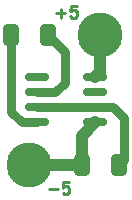
<source format=gbr>
%TF.GenerationSoftware,KiCad,Pcbnew,8.0.4*%
%TF.CreationDate,2024-09-04T09:46:29+03:00*%
%TF.ProjectId,max660_invertor,6d617836-3630-45f6-996e-766572746f72,rev?*%
%TF.SameCoordinates,Original*%
%TF.FileFunction,Copper,L1,Top*%
%TF.FilePolarity,Positive*%
%FSLAX46Y46*%
G04 Gerber Fmt 4.6, Leading zero omitted, Abs format (unit mm)*
G04 Created by KiCad (PCBNEW 8.0.4) date 2024-09-04 09:46:29*
%MOMM*%
%LPD*%
G01*
G04 APERTURE LIST*
G04 Aperture macros list*
%AMRoundRect*
0 Rectangle with rounded corners*
0 $1 Rounding radius*
0 $2 $3 $4 $5 $6 $7 $8 $9 X,Y pos of 4 corners*
0 Add a 4 corners polygon primitive as box body*
4,1,4,$2,$3,$4,$5,$6,$7,$8,$9,$2,$3,0*
0 Add four circle primitives for the rounded corners*
1,1,$1+$1,$2,$3*
1,1,$1+$1,$4,$5*
1,1,$1+$1,$6,$7*
1,1,$1+$1,$8,$9*
0 Add four rect primitives between the rounded corners*
20,1,$1+$1,$2,$3,$4,$5,0*
20,1,$1+$1,$4,$5,$6,$7,0*
20,1,$1+$1,$6,$7,$8,$9,0*
20,1,$1+$1,$8,$9,$2,$3,0*%
G04 Aperture macros list end*
%ADD10C,0.250000*%
%TA.AperFunction,NonConductor*%
%ADD11C,0.250000*%
%TD*%
%TA.AperFunction,SMDPad,CuDef*%
%ADD12RoundRect,0.250000X0.412500X0.650000X-0.412500X0.650000X-0.412500X-0.650000X0.412500X-0.650000X0*%
%TD*%
%TA.AperFunction,ComponentPad*%
%ADD13C,3.800000*%
%TD*%
%TA.AperFunction,SMDPad,CuDef*%
%ADD14RoundRect,0.150000X-0.825000X-0.150000X0.825000X-0.150000X0.825000X0.150000X-0.825000X0.150000X0*%
%TD*%
%TA.AperFunction,Conductor*%
%ADD15C,0.800000*%
%TD*%
%TA.AperFunction,Conductor*%
%ADD16C,0.500000*%
%TD*%
%TA.AperFunction,Conductor*%
%ADD17C,1.000000*%
%TD*%
G04 APERTURE END LIST*
D10*
D11*
X146287195Y-79105533D02*
X147049100Y-79105533D01*
X146668147Y-79486486D02*
X146668147Y-78724581D01*
X148001480Y-78486486D02*
X147525290Y-78486486D01*
X147525290Y-78486486D02*
X147477671Y-78962676D01*
X147477671Y-78962676D02*
X147525290Y-78915057D01*
X147525290Y-78915057D02*
X147620528Y-78867438D01*
X147620528Y-78867438D02*
X147858623Y-78867438D01*
X147858623Y-78867438D02*
X147953861Y-78915057D01*
X147953861Y-78915057D02*
X148001480Y-78962676D01*
X148001480Y-78962676D02*
X148049099Y-79057914D01*
X148049099Y-79057914D02*
X148049099Y-79296009D01*
X148049099Y-79296009D02*
X148001480Y-79391247D01*
X148001480Y-79391247D02*
X147953861Y-79438867D01*
X147953861Y-79438867D02*
X147858623Y-79486486D01*
X147858623Y-79486486D02*
X147620528Y-79486486D01*
X147620528Y-79486486D02*
X147525290Y-79438867D01*
X147525290Y-79438867D02*
X147477671Y-79391247D01*
D10*
D11*
X145626233Y-94018481D02*
X146388138Y-94018481D01*
X147340518Y-93399434D02*
X146864328Y-93399434D01*
X146864328Y-93399434D02*
X146816709Y-93875624D01*
X146816709Y-93875624D02*
X146864328Y-93828005D01*
X146864328Y-93828005D02*
X146959566Y-93780386D01*
X146959566Y-93780386D02*
X147197661Y-93780386D01*
X147197661Y-93780386D02*
X147292899Y-93828005D01*
X147292899Y-93828005D02*
X147340518Y-93875624D01*
X147340518Y-93875624D02*
X147388137Y-93970862D01*
X147388137Y-93970862D02*
X147388137Y-94208957D01*
X147388137Y-94208957D02*
X147340518Y-94304195D01*
X147340518Y-94304195D02*
X147292899Y-94351815D01*
X147292899Y-94351815D02*
X147197661Y-94399434D01*
X147197661Y-94399434D02*
X146959566Y-94399434D01*
X146959566Y-94399434D02*
X146864328Y-94351815D01*
X146864328Y-94351815D02*
X146816709Y-94304195D01*
D12*
%TO.P,C1,1*%
%TO.N,Net-(U1-VOUT2)*%
X145562500Y-81000000D03*
%TO.P,C1,2*%
%TO.N,Net-(U1-GND)*%
X142437500Y-81000000D03*
%TD*%
D13*
%TO.P,H2,1,1*%
%TO.N,+5V*%
X150000000Y-81000000D03*
%TD*%
D14*
%TO.P,U1,1,SENSE*%
%TO.N,unconnected-(U1-SENSE-Pad1)*%
X144628400Y-84537500D03*
%TO.P,U1,2,VOUT2*%
%TO.N,Net-(U1-VOUT2)*%
X144628400Y-85807500D03*
%TO.P,U1,3,VOUT1*%
%TO.N,GND*%
X144628400Y-87077500D03*
%TO.P,U1,4,GND*%
%TO.N,Net-(U1-GND)*%
X144628400Y-88347500D03*
%TO.P,U1,5,SHDN*%
%TO.N,-5V*%
X149578400Y-88347500D03*
%TO.P,U1,6,VSET*%
%TO.N,GND*%
X149578400Y-87077500D03*
%TO.P,U1,7,VTC*%
%TO.N,unconnected-(U1-VTC-Pad7)*%
X149578400Y-85807500D03*
%TO.P,U1,8,VIN*%
%TO.N,+5V*%
X149578400Y-84537500D03*
%TD*%
D12*
%TO.P,C2,1*%
%TO.N,GND*%
X151562500Y-92000000D03*
%TO.P,C2,2*%
%TO.N,-5V*%
X148437500Y-92000000D03*
%TD*%
D13*
%TO.P,H1,1,1*%
%TO.N,-5V*%
X144000000Y-92000000D03*
%TD*%
D15*
%TO.N,Net-(U1-VOUT2)*%
X145562500Y-81000000D02*
X147000000Y-82437500D01*
X147000000Y-85000000D02*
X146192500Y-85807500D01*
X146192500Y-85807500D02*
X144628400Y-85807500D01*
X147000000Y-82437500D02*
X147000000Y-85000000D01*
%TO.N,Net-(U1-GND)*%
X142437500Y-81000000D02*
X142437500Y-87437500D01*
X142437500Y-87437500D02*
X143347500Y-88347500D01*
X143347500Y-88347500D02*
X144628400Y-88347500D01*
%TO.N,GND*%
X149578400Y-87077500D02*
X151077500Y-87077500D01*
D16*
X152000000Y-91562500D02*
X151562500Y-92000000D01*
D15*
X151077500Y-87077500D02*
X152000000Y-88000000D01*
X152000000Y-88000000D02*
X152000000Y-91562500D01*
X149578400Y-87077500D02*
X144628400Y-87077500D01*
D17*
%TO.N,-5V*%
X148437500Y-92000000D02*
X148437500Y-89488400D01*
X148437500Y-89488400D02*
X149578400Y-88347500D01*
X144000000Y-92000000D02*
X148437500Y-92000000D01*
%TO.N,+5V*%
X150000000Y-81000000D02*
X150000000Y-84115900D01*
X150000000Y-84115900D02*
X149578400Y-84537500D01*
%TD*%
M02*

</source>
